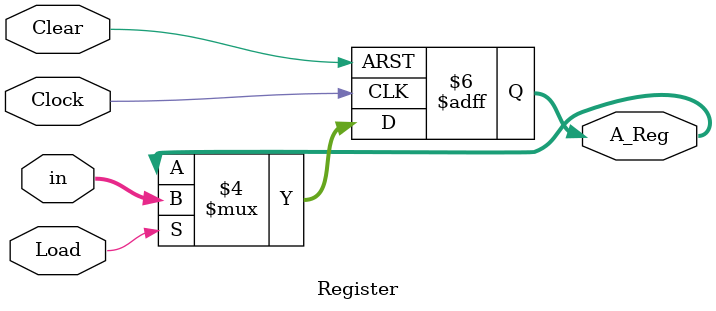
<source format=v>
module Register(in,Clock,Load,Clear,A_Reg);

 parameter n = 8;
 input [n-1:0]in;
 input Clock,Load,Clear;
 output reg[n-1:0]A_Reg;



always @( posedge Clock, negedge Clear )
begin 

 if(!Clear)
 A_Reg <= 0;
 else
 
 begin  
 if(Load)
 A_Reg <= in;  
 else
 A_Reg <= A_Reg;
 end 
 
end 


endmodule 
</source>
